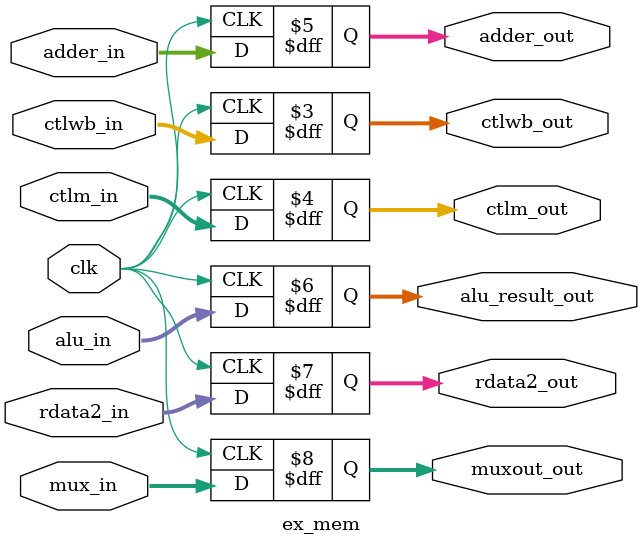
<source format=v>
`timescale 1ns / 1ps
/*
This is the latch that receives signals form all the modules of the execute stage. Its outputs go to MEM/WB and FETCH.
*/
module ex_mem(
    input  wire        clk,
    input  wire [1:0]  ctlwb_in,
    input  wire [1:0]  ctlm_in,
    input  wire [31:0] adder_in,
    input  wire [31:0] alu_in,
    input  wire [31:0] rdata2_in,
    input  wire [4:0]  mux_in,

    output reg  [1:0]  ctlwb_out,
    output reg  [1:0]  ctlm_out,
    output reg  [31:0] adder_out,
    output reg  [31:0] alu_result_out,
    output reg  [31:0] rdata2_out,
    output reg  [4:0]  muxout_out
);

    initial begin
        ctlwb_out      = 0;
        ctlm_out       = 0;
        adder_out      = 0;
        alu_result_out = 0;
        rdata2_out     = 0;
        muxout_out     = 0;
    end

    always @(posedge clk) begin
        ctlwb_out      <= ctlwb_in;
        ctlm_out       <= ctlm_in;
        adder_out      <= adder_in;
        alu_result_out <= alu_in;
        rdata2_out     <= rdata2_in;
        muxout_out     <= mux_in;
    end

endmodule
</source>
